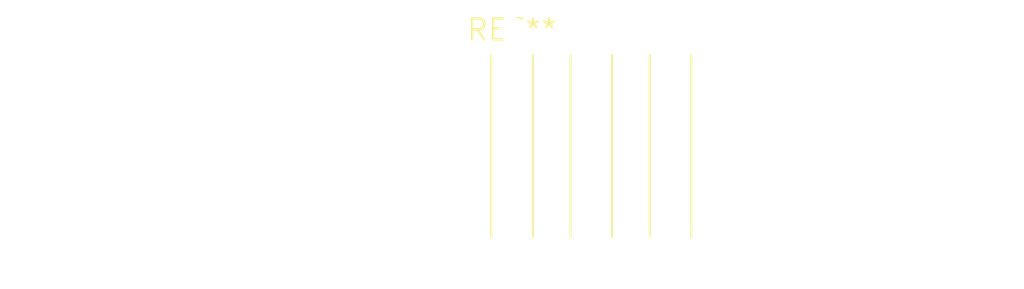
<source format=kicad_pcb>
(kicad_pcb (version 20240108) (generator pcbnew)
  (layers (0 "F.Cu" signal) (31 "B.Cu" signal) (34 "B.Paste" user) (35 "F.Paste" user) (36 "B.SilkS" user "B.Silkscreen") (37 "F.SilkS" user "F.Silkscreen") (38 "B.Mask" user) (39 "F.Mask" user) (44 "Edge.Cuts" user))
  (net 0 "")
  (footprint "SolderWire-0.75sqmm_1x03_P4.8mm_D1.25mm_OD2.3mm_Relief" (layer "F.Cu") (at 0 0)
    (property "Reference" "REF**")
    (property "Value" "SolderWire-0.75sqmm_1x03_P4.8mm_D1.25mm_OD2.3mm_Relief")
    (fp_line (start -1.26 1.535) (end -1.26 12.54) (layer "F.SilkS") (stroke (width 0.12)))
    (fp_line (start 1.26 1.535) (end 1.26 12.54) (layer "F.SilkS") (stroke (width 0.12)))
    (fp_line (start 3.54 1.535) (end 3.54 12.54) (layer "F.SilkS") (stroke (width 0.12)))
    (fp_line (start 6.06 1.535) (end 6.06 12.54) (layer "F.SilkS") (stroke (width 0.12)))
    (fp_line (start 8.34 1.535) (end 8.34 12.54) (layer "F.SilkS") (stroke (width 0.12)))
    (fp_line (start 10.86 1.535) (end 10.86 12.54) (layer "F.SilkS") (stroke (width 0.12)))
    (pad "" np_thru_hole circle (at 0 13.8) (size 2.8 2.8) (drill 2.8) (layers *.Cu *.Mask))
    (pad "" np_thru_hole circle (at 4.8 13.8) (size 2.8 2.8) (drill 2.8) (layers *.Cu *.Mask))
    (pad "" np_thru_hole circle (at 9.6 13.8) (size 2.8 2.8) (drill 2.8) (layers *.Cu *.Mask))
    (pad "1" thru_hole roundrect (at 0 0) (size 2.55 2.55) (drill 1.55) (layers *.Cu *.Mask) (remove_unused_layers) (roundrect_rratio 0.098039))
    (pad "2" thru_hole circle (at 4.8 0) (size 2.55 2.55) (drill 1.55) (layers *.Cu *.Mask) (remove_unused_layers))
    (pad "3" thru_hole circle (at 9.6 0) (size 2.55 2.55) (drill 1.55) (layers *.Cu *.Mask) (remove_unused_layers))
  )
)
</source>
